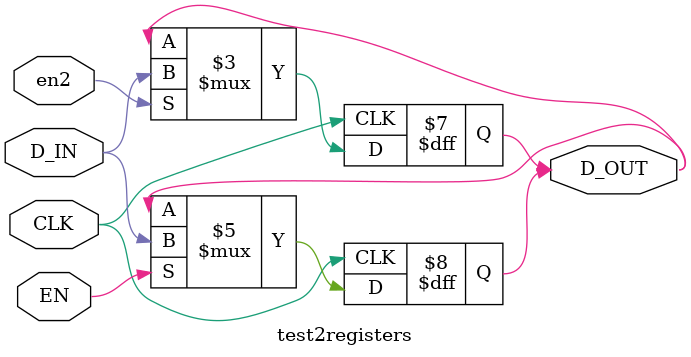
<source format=v>
module test2registers(input D_IN, input CLK,EN,en2, output reg D_OUT);
    always @(posedge CLK)
    begin
        begin
            if(EN)
                D_OUT<= D_IN;
        end


    end
        always @(posedge CLK)
    begin

            begin
            if(en2)
                D_OUT<= D_IN;
        end

    end
            

endmodule
</source>
